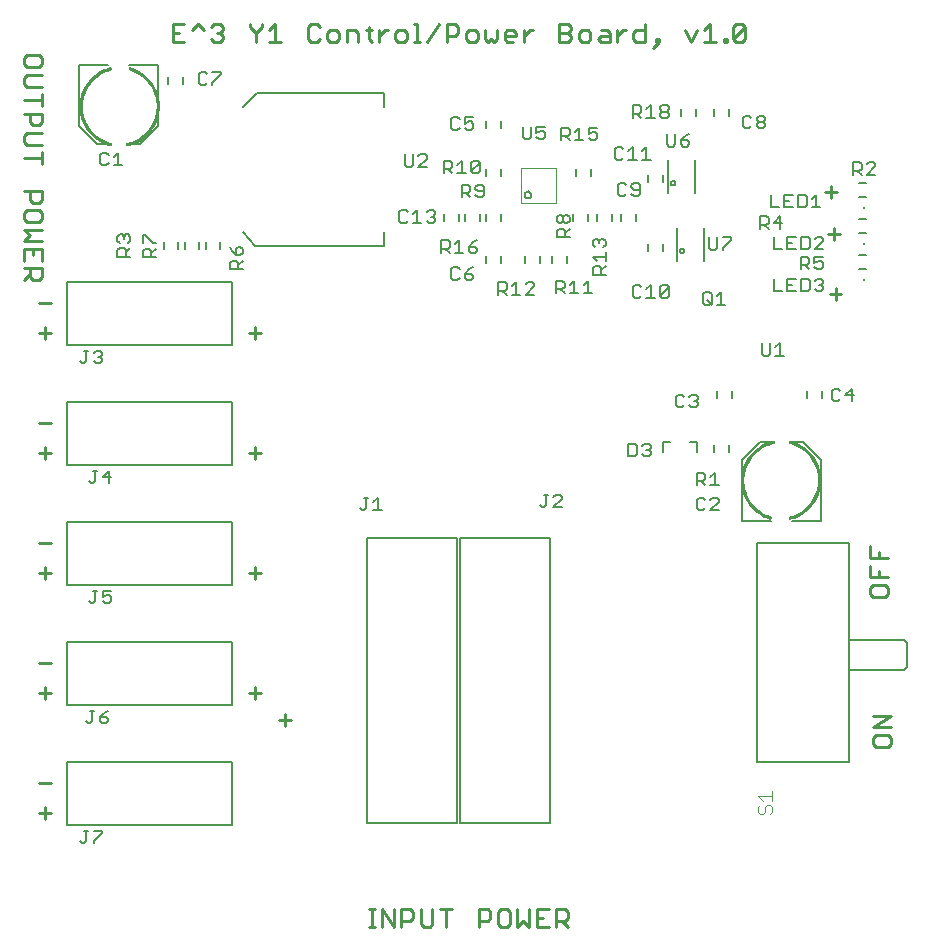
<source format=gto>
G75*
G70*
%OFA0B0*%
%FSLAX24Y24*%
%IPPOS*%
%LPD*%
%AMOC8*
5,1,8,0,0,1.08239X$1,22.5*
%
%ADD10C,0.0110*%
%ADD11C,0.0070*%
%ADD12C,0.0060*%
%ADD13C,0.0080*%
%ADD14C,0.0040*%
%ADD15C,0.0010*%
%ADD16R,0.0079X0.0079*%
%ADD17C,0.0050*%
D10*
X001852Y005253D02*
X001852Y005647D01*
X001655Y005450D02*
X002049Y005450D01*
X002049Y006450D02*
X001655Y006450D01*
X001852Y009253D02*
X001852Y009647D01*
X001655Y009450D02*
X002049Y009450D01*
X002049Y010450D02*
X001655Y010450D01*
X001852Y013253D02*
X001852Y013647D01*
X001655Y013450D02*
X002049Y013450D01*
X002049Y014450D02*
X001655Y014450D01*
X001852Y017253D02*
X001852Y017647D01*
X001655Y017450D02*
X002049Y017450D01*
X002049Y018450D02*
X001655Y018450D01*
X001852Y021253D02*
X001852Y021647D01*
X001655Y021450D02*
X002049Y021450D01*
X002049Y022450D02*
X001655Y022450D01*
X001637Y023211D02*
X001440Y023211D01*
X001342Y023310D01*
X001342Y023605D01*
X001342Y023408D02*
X001145Y023211D01*
X001145Y023605D02*
X001736Y023605D01*
X001736Y023310D01*
X001637Y023211D01*
X001736Y023856D02*
X001736Y024250D01*
X001145Y024250D01*
X001145Y023856D01*
X001440Y024053D02*
X001440Y024250D01*
X001145Y024500D02*
X001736Y024500D01*
X001736Y024894D02*
X001145Y024894D01*
X001342Y024697D01*
X001145Y024500D01*
X001243Y025145D02*
X001145Y025243D01*
X001145Y025440D01*
X001243Y025539D01*
X001637Y025539D01*
X001736Y025440D01*
X001736Y025243D01*
X001637Y025145D01*
X001243Y025145D01*
X001440Y025789D02*
X001342Y025888D01*
X001342Y026183D01*
X001145Y026183D02*
X001736Y026183D01*
X001736Y025888D01*
X001637Y025789D01*
X001440Y025789D01*
X001736Y027079D02*
X001736Y027472D01*
X001736Y027275D02*
X001145Y027275D01*
X001243Y027723D02*
X001145Y027822D01*
X001145Y028018D01*
X001243Y028117D01*
X001736Y028117D01*
X001637Y028368D02*
X001440Y028368D01*
X001342Y028466D01*
X001342Y028761D01*
X001145Y028761D02*
X001736Y028761D01*
X001736Y028466D01*
X001637Y028368D01*
X001736Y027723D02*
X001243Y027723D01*
X001736Y029012D02*
X001736Y029406D01*
X001736Y029209D02*
X001145Y029209D01*
X001243Y029657D02*
X001736Y029657D01*
X001736Y030050D02*
X001243Y030050D01*
X001145Y029952D01*
X001145Y029755D01*
X001243Y029657D01*
X001243Y030301D02*
X001145Y030400D01*
X001145Y030597D01*
X001243Y030695D01*
X001637Y030695D01*
X001736Y030597D01*
X001736Y030400D01*
X001637Y030301D01*
X001243Y030301D01*
X006105Y031155D02*
X006499Y031155D01*
X006302Y031450D02*
X006105Y031450D01*
X006105Y031155D02*
X006105Y031746D01*
X006499Y031746D01*
X006750Y031549D02*
X006946Y031746D01*
X007143Y031549D01*
X007394Y031647D02*
X007493Y031746D01*
X007689Y031746D01*
X007788Y031647D01*
X007788Y031549D01*
X007689Y031450D01*
X007788Y031352D01*
X007788Y031253D01*
X007689Y031155D01*
X007493Y031155D01*
X007394Y031253D01*
X007591Y031450D02*
X007689Y031450D01*
X008683Y031647D02*
X008880Y031450D01*
X008880Y031155D01*
X008880Y031450D02*
X009077Y031647D01*
X009077Y031746D01*
X009328Y031549D02*
X009525Y031746D01*
X009525Y031155D01*
X009721Y031155D02*
X009328Y031155D01*
X008683Y031647D02*
X008683Y031746D01*
X010617Y031647D02*
X010617Y031253D01*
X010715Y031155D01*
X010912Y031155D01*
X011011Y031253D01*
X011261Y031253D02*
X011360Y031155D01*
X011557Y031155D01*
X011655Y031253D01*
X011655Y031450D01*
X011557Y031549D01*
X011360Y031549D01*
X011261Y031450D01*
X011261Y031253D01*
X011011Y031647D02*
X010912Y031746D01*
X010715Y031746D01*
X010617Y031647D01*
X011906Y031549D02*
X011906Y031155D01*
X012300Y031155D02*
X012300Y031450D01*
X012201Y031549D01*
X011906Y031549D01*
X012550Y031549D02*
X012747Y031549D01*
X012649Y031647D02*
X012649Y031253D01*
X012747Y031155D01*
X012980Y031155D02*
X012980Y031549D01*
X012980Y031352D02*
X013177Y031549D01*
X013275Y031549D01*
X013517Y031450D02*
X013517Y031253D01*
X013616Y031155D01*
X013813Y031155D01*
X013911Y031253D01*
X013911Y031450D01*
X013813Y031549D01*
X013616Y031549D01*
X013517Y031450D01*
X014162Y031155D02*
X014359Y031155D01*
X014260Y031155D02*
X014260Y031746D01*
X014162Y031746D01*
X014592Y031155D02*
X014985Y031746D01*
X015236Y031746D02*
X015236Y031155D01*
X015236Y031352D02*
X015531Y031352D01*
X015630Y031450D01*
X015630Y031647D01*
X015531Y031746D01*
X015236Y031746D01*
X015881Y031450D02*
X015881Y031253D01*
X015979Y031155D01*
X016176Y031155D01*
X016274Y031253D01*
X016274Y031450D01*
X016176Y031549D01*
X015979Y031549D01*
X015881Y031450D01*
X016525Y031549D02*
X016525Y031253D01*
X016624Y031155D01*
X016722Y031253D01*
X016820Y031155D01*
X016919Y031253D01*
X016919Y031549D01*
X017170Y031450D02*
X017268Y031549D01*
X017465Y031549D01*
X017563Y031450D01*
X017563Y031352D01*
X017170Y031352D01*
X017170Y031450D02*
X017170Y031253D01*
X017268Y031155D01*
X017465Y031155D01*
X017814Y031155D02*
X017814Y031549D01*
X018011Y031549D02*
X018110Y031549D01*
X018011Y031549D02*
X017814Y031352D01*
X018996Y031450D02*
X019291Y031450D01*
X019390Y031352D01*
X019390Y031253D01*
X019291Y031155D01*
X018996Y031155D01*
X018996Y031746D01*
X019291Y031746D01*
X019390Y031647D01*
X019390Y031549D01*
X019291Y031450D01*
X019641Y031450D02*
X019739Y031549D01*
X019936Y031549D01*
X020034Y031450D01*
X020034Y031253D01*
X019936Y031155D01*
X019739Y031155D01*
X019641Y031253D01*
X019641Y031450D01*
X020285Y031253D02*
X020384Y031352D01*
X020679Y031352D01*
X020679Y031450D02*
X020679Y031155D01*
X020384Y031155D01*
X020285Y031253D01*
X020384Y031549D02*
X020580Y031549D01*
X020679Y031450D01*
X020930Y031352D02*
X021126Y031549D01*
X021225Y031549D01*
X021467Y031450D02*
X021565Y031549D01*
X021860Y031549D01*
X021860Y031746D02*
X021860Y031155D01*
X021565Y031155D01*
X021467Y031253D01*
X021467Y031450D01*
X020930Y031549D02*
X020930Y031155D01*
X022111Y030958D02*
X022308Y031155D01*
X022210Y031155D01*
X022210Y031253D01*
X022308Y031253D01*
X022308Y031155D01*
X023186Y031549D02*
X023382Y031155D01*
X023579Y031549D01*
X023830Y031549D02*
X024027Y031746D01*
X024027Y031155D01*
X023830Y031155D02*
X024224Y031155D01*
X024475Y031155D02*
X024573Y031155D01*
X024573Y031253D01*
X024475Y031253D01*
X024475Y031155D01*
X024797Y031253D02*
X024797Y031647D01*
X024895Y031746D01*
X025092Y031746D01*
X025191Y031647D01*
X024797Y031253D01*
X024895Y031155D01*
X025092Y031155D01*
X025191Y031253D01*
X025191Y031647D01*
X028052Y026347D02*
X028052Y025953D01*
X027855Y026150D02*
X028249Y026150D01*
X028152Y024947D02*
X028152Y024553D01*
X027955Y024750D02*
X028349Y024750D01*
X028202Y022947D02*
X028202Y022553D01*
X028005Y022750D02*
X028399Y022750D01*
X029354Y014338D02*
X029354Y013944D01*
X029945Y013944D01*
X029650Y013944D02*
X029650Y014141D01*
X029354Y013693D02*
X029354Y013300D01*
X029945Y013300D01*
X029847Y013049D02*
X029453Y013049D01*
X029354Y012950D01*
X029354Y012753D01*
X029453Y012655D01*
X029847Y012655D01*
X029945Y012753D01*
X029945Y012950D01*
X029847Y013049D01*
X029650Y013300D02*
X029650Y013496D01*
X029454Y008693D02*
X030045Y008693D01*
X029454Y008300D01*
X030045Y008300D01*
X029947Y008049D02*
X029553Y008049D01*
X029454Y007950D01*
X029454Y007753D01*
X029553Y007655D01*
X029947Y007655D01*
X030045Y007753D01*
X030045Y007950D01*
X029947Y008049D01*
X019279Y002147D02*
X019279Y001950D01*
X019181Y001852D01*
X018886Y001852D01*
X019082Y001852D02*
X019279Y001655D01*
X018886Y001655D02*
X018886Y002246D01*
X019181Y002246D01*
X019279Y002147D01*
X018635Y002246D02*
X018241Y002246D01*
X018241Y001655D01*
X018635Y001655D01*
X018438Y001950D02*
X018241Y001950D01*
X017990Y001655D02*
X017990Y002246D01*
X017597Y002246D02*
X017597Y001655D01*
X017793Y001852D01*
X017990Y001655D01*
X017346Y001753D02*
X017346Y002147D01*
X017247Y002246D01*
X017050Y002246D01*
X016952Y002147D01*
X016952Y001753D01*
X017050Y001655D01*
X017247Y001655D01*
X017346Y001753D01*
X016701Y001950D02*
X016603Y001852D01*
X016307Y001852D01*
X016307Y001655D02*
X016307Y002246D01*
X016603Y002246D01*
X016701Y002147D01*
X016701Y001950D01*
X015412Y002246D02*
X015018Y002246D01*
X015215Y002246D02*
X015215Y001655D01*
X014767Y001753D02*
X014767Y002246D01*
X014374Y002246D02*
X014374Y001753D01*
X014472Y001655D01*
X014669Y001655D01*
X014767Y001753D01*
X014123Y001950D02*
X014025Y001852D01*
X013729Y001852D01*
X013729Y001655D02*
X013729Y002246D01*
X014025Y002246D01*
X014123Y002147D01*
X014123Y001950D01*
X013478Y001655D02*
X013478Y002246D01*
X013085Y002246D02*
X013478Y001655D01*
X013085Y001655D02*
X013085Y002246D01*
X012852Y002246D02*
X012655Y002246D01*
X012753Y002246D02*
X012753Y001655D01*
X012655Y001655D02*
X012852Y001655D01*
X009852Y008353D02*
X009852Y008747D01*
X009655Y008550D02*
X010049Y008550D01*
X009049Y009450D02*
X008655Y009450D01*
X008852Y009647D02*
X008852Y009253D01*
X008852Y013253D02*
X008852Y013647D01*
X008655Y013450D02*
X009049Y013450D01*
X008852Y017253D02*
X008852Y017647D01*
X008655Y017450D02*
X009049Y017450D01*
X008852Y021253D02*
X008852Y021647D01*
X008655Y021450D02*
X009049Y021450D01*
D11*
X017838Y026050D02*
X017840Y026071D01*
X017846Y026090D01*
X017855Y026109D01*
X017867Y026125D01*
X017883Y026139D01*
X017900Y026150D01*
X017919Y026158D01*
X017940Y026162D01*
X017960Y026162D01*
X017981Y026158D01*
X018000Y026150D01*
X018017Y026139D01*
X018033Y026125D01*
X018045Y026109D01*
X018054Y026090D01*
X018060Y026071D01*
X018062Y026050D01*
X018060Y026029D01*
X018054Y026010D01*
X018045Y025991D01*
X018033Y025975D01*
X018017Y025961D01*
X018000Y025950D01*
X017981Y025942D01*
X017960Y025938D01*
X017940Y025938D01*
X017919Y025942D01*
X017900Y025950D01*
X017883Y025961D01*
X017867Y025975D01*
X017855Y025991D01*
X017846Y026010D01*
X017840Y026029D01*
X017838Y026050D01*
D12*
X017036Y025418D02*
X017036Y025182D01*
X016564Y025182D02*
X016564Y025418D01*
X016336Y025418D02*
X016336Y025182D01*
X015864Y025182D02*
X015864Y025418D01*
X015636Y025418D02*
X015636Y025182D01*
X015164Y025182D02*
X015164Y025418D01*
X016564Y026682D02*
X016564Y026918D01*
X017036Y026918D02*
X017036Y026682D01*
X017036Y028282D02*
X017036Y028518D01*
X016564Y028518D02*
X016564Y028282D01*
X019564Y026918D02*
X019564Y026682D01*
X020036Y026682D02*
X020036Y026918D01*
X019936Y025418D02*
X019936Y025182D01*
X020264Y025182D02*
X020264Y025418D01*
X020736Y025418D02*
X020736Y025182D01*
X021064Y025182D02*
X021064Y025418D01*
X021536Y025418D02*
X021536Y025182D01*
X021964Y024418D02*
X021964Y024182D01*
X022436Y024182D02*
X022436Y024418D01*
X022436Y026482D02*
X022436Y026718D01*
X021964Y026718D02*
X021964Y026482D01*
X023064Y028682D02*
X023064Y028918D01*
X023536Y028918D02*
X023536Y028682D01*
X024164Y028682D02*
X024164Y028918D01*
X024636Y028918D02*
X024636Y028682D01*
X028982Y026436D02*
X029218Y026436D01*
X029218Y025964D02*
X028982Y025964D01*
X028982Y025236D02*
X029218Y025236D01*
X029218Y024764D02*
X028982Y024764D01*
X028982Y024036D02*
X029218Y024036D01*
X029218Y023564D02*
X028982Y023564D01*
X027736Y019518D02*
X027736Y019282D01*
X027264Y019282D02*
X027264Y019518D01*
X024736Y019518D02*
X024736Y019282D01*
X024264Y019282D02*
X024264Y019518D01*
X023570Y017800D02*
X023350Y017800D01*
X023570Y017800D02*
X023570Y017480D01*
X024164Y017482D02*
X024164Y017718D01*
X024636Y017718D02*
X024636Y017482D01*
X022670Y017800D02*
X022450Y017800D01*
X022450Y017480D01*
X019236Y023782D02*
X019236Y024018D01*
X018764Y024018D02*
X018764Y023782D01*
X018336Y023782D02*
X018336Y024018D01*
X017864Y024018D02*
X017864Y023782D01*
X017036Y023782D02*
X017036Y024018D01*
X016564Y024018D02*
X016564Y023782D01*
X019464Y025182D02*
X019464Y025418D01*
X007686Y024468D02*
X007686Y024232D01*
X007214Y024232D02*
X007214Y024468D01*
X006986Y024468D02*
X006986Y024232D01*
X006514Y024232D02*
X006514Y024468D01*
X006286Y024468D02*
X006286Y024232D01*
X005814Y024232D02*
X005814Y024468D01*
X005964Y029732D02*
X005964Y029968D01*
X006436Y029968D02*
X006436Y029732D01*
D13*
X003159Y004440D02*
X003089Y004440D01*
X003019Y004510D01*
X003159Y004440D02*
X003229Y004510D01*
X003229Y004860D01*
X003159Y004860D02*
X003299Y004860D01*
X003480Y004860D02*
X003760Y004860D01*
X003760Y004790D01*
X003480Y004510D01*
X003480Y004440D01*
X003359Y008440D02*
X003429Y008510D01*
X003429Y008860D01*
X003359Y008860D02*
X003499Y008860D01*
X003680Y008650D02*
X003890Y008650D01*
X003960Y008580D01*
X003960Y008510D01*
X003890Y008440D01*
X003750Y008440D01*
X003680Y008510D01*
X003680Y008650D01*
X003820Y008790D01*
X003960Y008860D01*
X003359Y008440D02*
X003289Y008440D01*
X003219Y008510D01*
X003389Y012440D02*
X003459Y012440D01*
X003529Y012510D01*
X003529Y012860D01*
X003459Y012860D02*
X003599Y012860D01*
X003780Y012860D02*
X003780Y012650D01*
X003920Y012720D01*
X003990Y012720D01*
X004060Y012650D01*
X004060Y012510D01*
X003990Y012440D01*
X003850Y012440D01*
X003780Y012510D01*
X003780Y012860D02*
X004060Y012860D01*
X003389Y012440D02*
X003319Y012510D01*
X003389Y016440D02*
X003459Y016440D01*
X003529Y016510D01*
X003529Y016860D01*
X003459Y016860D02*
X003599Y016860D01*
X003780Y016650D02*
X004060Y016650D01*
X003990Y016440D02*
X003990Y016860D01*
X003780Y016650D01*
X003389Y016440D02*
X003319Y016510D01*
X003159Y020440D02*
X003089Y020440D01*
X003019Y020510D01*
X003159Y020440D02*
X003229Y020510D01*
X003229Y020860D01*
X003159Y020860D02*
X003299Y020860D01*
X003480Y020790D02*
X003550Y020860D01*
X003690Y020860D01*
X003760Y020790D01*
X003760Y020720D01*
X003690Y020650D01*
X003760Y020580D01*
X003760Y020510D01*
X003690Y020440D01*
X003550Y020440D01*
X003480Y020510D01*
X003620Y020650D02*
X003690Y020650D01*
X004265Y023990D02*
X004265Y024200D01*
X004335Y024270D01*
X004475Y024270D01*
X004545Y024200D01*
X004545Y023990D01*
X004685Y023990D02*
X004265Y023990D01*
X004545Y024130D02*
X004685Y024270D01*
X004615Y024450D02*
X004685Y024520D01*
X004685Y024661D01*
X004615Y024731D01*
X004545Y024731D01*
X004475Y024661D01*
X004475Y024591D01*
X004475Y024661D02*
X004405Y024731D01*
X004335Y024731D01*
X004265Y024661D01*
X004265Y024520D01*
X004335Y024450D01*
X005115Y024430D02*
X005115Y024710D01*
X005185Y024710D01*
X005465Y024430D01*
X005535Y024430D01*
X005535Y024249D02*
X005395Y024109D01*
X005395Y024179D02*
X005395Y023969D01*
X005535Y023969D02*
X005115Y023969D01*
X005115Y024179D01*
X005185Y024249D01*
X005325Y024249D01*
X005395Y024179D01*
X008015Y024310D02*
X008085Y024170D01*
X008225Y024030D01*
X008225Y024240D01*
X008295Y024310D01*
X008365Y024310D01*
X008435Y024240D01*
X008435Y024100D01*
X008365Y024030D01*
X008225Y024030D01*
X008225Y023849D02*
X008295Y023779D01*
X008295Y023569D01*
X008435Y023569D02*
X008015Y023569D01*
X008015Y023779D01*
X008085Y023849D01*
X008225Y023849D01*
X008295Y023709D02*
X008435Y023849D01*
X005009Y027736D02*
X004654Y027736D01*
X004291Y027460D02*
X004291Y027040D01*
X004431Y027040D02*
X004150Y027040D01*
X003970Y027110D02*
X003900Y027040D01*
X003760Y027040D01*
X003690Y027110D01*
X003690Y027390D01*
X003760Y027460D01*
X003900Y027460D01*
X003970Y027390D01*
X004150Y027320D02*
X004291Y027460D01*
X003946Y027736D02*
X003591Y027736D01*
X002986Y028341D01*
X002986Y030364D01*
X003946Y030364D01*
X004654Y030364D02*
X005614Y030364D01*
X005614Y028341D01*
X005009Y027736D01*
X006969Y029785D02*
X007039Y029715D01*
X007179Y029715D01*
X007249Y029785D01*
X007430Y029785D02*
X007430Y029715D01*
X007430Y029785D02*
X007710Y030065D01*
X007710Y030135D01*
X007430Y030135D01*
X007249Y030065D02*
X007179Y030135D01*
X007039Y030135D01*
X006969Y030065D01*
X006969Y029785D01*
X013659Y025465D02*
X013659Y025185D01*
X013729Y025115D01*
X013869Y025115D01*
X013939Y025185D01*
X014119Y025115D02*
X014399Y025115D01*
X014259Y025115D02*
X014259Y025535D01*
X014119Y025395D01*
X013939Y025465D02*
X013869Y025535D01*
X013729Y025535D01*
X013659Y025465D01*
X014580Y025465D02*
X014650Y025535D01*
X014790Y025535D01*
X014860Y025465D01*
X014860Y025395D01*
X014790Y025325D01*
X014860Y025255D01*
X014860Y025185D01*
X014790Y025115D01*
X014650Y025115D01*
X014580Y025185D01*
X014720Y025325D02*
X014790Y025325D01*
X015059Y024535D02*
X015269Y024535D01*
X015339Y024465D01*
X015339Y024325D01*
X015269Y024255D01*
X015059Y024255D01*
X015199Y024255D02*
X015339Y024115D01*
X015519Y024115D02*
X015799Y024115D01*
X015659Y024115D02*
X015659Y024535D01*
X015519Y024395D01*
X015059Y024535D02*
X015059Y024115D01*
X015460Y023635D02*
X015390Y023565D01*
X015390Y023285D01*
X015460Y023215D01*
X015600Y023215D01*
X015670Y023285D01*
X015850Y023285D02*
X015920Y023215D01*
X016061Y023215D01*
X016131Y023285D01*
X016131Y023355D01*
X016061Y023425D01*
X015850Y023425D01*
X015850Y023285D01*
X015850Y023425D02*
X015991Y023565D01*
X016131Y023635D01*
X015670Y023565D02*
X015600Y023635D01*
X015460Y023635D01*
X015980Y024185D02*
X015980Y024325D01*
X016190Y024325D01*
X016260Y024255D01*
X016260Y024185D01*
X016190Y024115D01*
X016050Y024115D01*
X015980Y024185D01*
X015980Y024325D02*
X016120Y024465D01*
X016260Y024535D01*
X016270Y025965D02*
X016411Y025965D01*
X016481Y026035D01*
X016481Y026315D01*
X016411Y026385D01*
X016270Y026385D01*
X016200Y026315D01*
X016200Y026245D01*
X016270Y026175D01*
X016481Y026175D01*
X016270Y025965D02*
X016200Y026035D01*
X016020Y025965D02*
X015880Y026105D01*
X015950Y026105D02*
X015740Y026105D01*
X015740Y025965D02*
X015740Y026385D01*
X015950Y026385D01*
X016020Y026315D01*
X016020Y026175D01*
X015950Y026105D01*
X015881Y026765D02*
X015600Y026765D01*
X015741Y026765D02*
X015741Y027185D01*
X015600Y027045D01*
X015420Y026975D02*
X015350Y026905D01*
X015140Y026905D01*
X015140Y026765D02*
X015140Y027185D01*
X015350Y027185D01*
X015420Y027115D01*
X015420Y026975D01*
X015280Y026905D02*
X015420Y026765D01*
X016061Y026835D02*
X016341Y027115D01*
X016341Y026835D01*
X016271Y026765D01*
X016131Y026765D01*
X016061Y026835D01*
X016061Y027115D01*
X016131Y027185D01*
X016271Y027185D01*
X016341Y027115D01*
X016061Y028215D02*
X015920Y028215D01*
X015850Y028285D01*
X015850Y028425D02*
X015991Y028495D01*
X016061Y028495D01*
X016131Y028425D01*
X016131Y028285D01*
X016061Y028215D01*
X015850Y028425D02*
X015850Y028635D01*
X016131Y028635D01*
X015670Y028565D02*
X015600Y028635D01*
X015460Y028635D01*
X015390Y028565D01*
X015390Y028285D01*
X015460Y028215D01*
X015600Y028215D01*
X015670Y028285D01*
X014577Y027331D02*
X014507Y027401D01*
X014367Y027401D01*
X014297Y027331D01*
X014117Y027401D02*
X014117Y027051D01*
X014047Y026981D01*
X013907Y026981D01*
X013837Y027051D01*
X013837Y027401D01*
X014297Y026981D02*
X014577Y027261D01*
X014577Y027331D01*
X014577Y026981D02*
X014297Y026981D01*
X017773Y027970D02*
X017843Y027900D01*
X017983Y027900D01*
X018053Y027970D01*
X018053Y028321D01*
X018233Y028321D02*
X018233Y028110D01*
X018373Y028180D01*
X018443Y028180D01*
X018513Y028110D01*
X018513Y027970D01*
X018443Y027900D01*
X018303Y027900D01*
X018233Y027970D01*
X018233Y028321D02*
X018513Y028321D01*
X019059Y028285D02*
X019059Y027865D01*
X019059Y028005D02*
X019269Y028005D01*
X019339Y028075D01*
X019339Y028215D01*
X019269Y028285D01*
X019059Y028285D01*
X019199Y028005D02*
X019339Y027865D01*
X019519Y027865D02*
X019799Y027865D01*
X019659Y027865D02*
X019659Y028285D01*
X019519Y028145D01*
X019980Y028075D02*
X020120Y028145D01*
X020190Y028145D01*
X020260Y028075D01*
X020260Y027935D01*
X020190Y027865D01*
X020050Y027865D01*
X019980Y027935D01*
X019980Y028075D02*
X019980Y028285D01*
X020260Y028285D01*
X020910Y027635D02*
X020840Y027565D01*
X020840Y027285D01*
X020910Y027215D01*
X021050Y027215D01*
X021120Y027285D01*
X021300Y027215D02*
X021581Y027215D01*
X021441Y027215D02*
X021441Y027635D01*
X021300Y027495D01*
X021120Y027565D02*
X021050Y027635D01*
X020910Y027635D01*
X021761Y027495D02*
X021901Y027635D01*
X021901Y027215D01*
X021761Y027215D02*
X022041Y027215D01*
X022577Y027731D02*
X022647Y027661D01*
X022787Y027661D01*
X022857Y027731D01*
X022857Y028081D01*
X023037Y027871D02*
X023247Y027871D01*
X023317Y027801D01*
X023317Y027731D01*
X023247Y027661D01*
X023107Y027661D01*
X023037Y027731D01*
X023037Y027871D01*
X023177Y028011D01*
X023317Y028081D01*
X022577Y028081D02*
X022577Y027731D01*
X022571Y028615D02*
X022431Y028615D01*
X022361Y028685D01*
X022361Y028755D01*
X022431Y028825D01*
X022571Y028825D01*
X022641Y028755D01*
X022641Y028685D01*
X022571Y028615D01*
X022571Y028825D02*
X022641Y028895D01*
X022641Y028965D01*
X022571Y029035D01*
X022431Y029035D01*
X022361Y028965D01*
X022361Y028895D01*
X022431Y028825D01*
X022181Y028615D02*
X021900Y028615D01*
X022041Y028615D02*
X022041Y029035D01*
X021900Y028895D01*
X021720Y028825D02*
X021650Y028755D01*
X021440Y028755D01*
X021440Y028615D02*
X021440Y029035D01*
X021650Y029035D01*
X021720Y028965D01*
X021720Y028825D01*
X021580Y028755D02*
X021720Y028615D01*
X021611Y026435D02*
X021470Y026435D01*
X021400Y026365D01*
X021400Y026295D01*
X021470Y026225D01*
X021681Y026225D01*
X021681Y026085D02*
X021681Y026365D01*
X021611Y026435D01*
X021681Y026085D02*
X021611Y026015D01*
X021470Y026015D01*
X021400Y026085D01*
X021220Y026085D02*
X021150Y026015D01*
X021010Y026015D01*
X020940Y026085D01*
X020940Y026365D01*
X021010Y026435D01*
X021150Y026435D01*
X021220Y026365D01*
X020465Y024591D02*
X020535Y024521D01*
X020535Y024381D01*
X020465Y024311D01*
X020535Y024131D02*
X020535Y023850D01*
X020535Y023991D02*
X020115Y023991D01*
X020255Y023850D01*
X020325Y023670D02*
X020395Y023600D01*
X020395Y023390D01*
X020535Y023390D02*
X020115Y023390D01*
X020115Y023600D01*
X020185Y023670D01*
X020325Y023670D01*
X020395Y023530D02*
X020535Y023670D01*
X020185Y024311D02*
X020115Y024381D01*
X020115Y024521D01*
X020185Y024591D01*
X020255Y024591D01*
X020325Y024521D01*
X020395Y024591D01*
X020465Y024591D01*
X020325Y024521D02*
X020325Y024451D01*
X019335Y024640D02*
X018915Y024640D01*
X018915Y024850D01*
X018985Y024920D01*
X019125Y024920D01*
X019195Y024850D01*
X019195Y024640D01*
X019195Y024780D02*
X019335Y024920D01*
X019265Y025100D02*
X019195Y025100D01*
X019125Y025170D01*
X019125Y025311D01*
X019195Y025381D01*
X019265Y025381D01*
X019335Y025311D01*
X019335Y025170D01*
X019265Y025100D01*
X019125Y025170D02*
X019055Y025100D01*
X018985Y025100D01*
X018915Y025170D01*
X018915Y025311D01*
X018985Y025381D01*
X019055Y025381D01*
X019125Y025311D01*
X019100Y023185D02*
X018890Y023185D01*
X018890Y022765D01*
X018890Y022905D02*
X019100Y022905D01*
X019170Y022975D01*
X019170Y023115D01*
X019100Y023185D01*
X019350Y023045D02*
X019491Y023185D01*
X019491Y022765D01*
X019631Y022765D02*
X019350Y022765D01*
X019170Y022765D02*
X019030Y022905D01*
X019811Y022765D02*
X020091Y022765D01*
X019951Y022765D02*
X019951Y023185D01*
X019811Y023045D01*
X018160Y023065D02*
X018090Y023135D01*
X017950Y023135D01*
X017880Y023065D01*
X018160Y023065D02*
X018160Y022995D01*
X017880Y022715D01*
X018160Y022715D01*
X017699Y022715D02*
X017419Y022715D01*
X017559Y022715D02*
X017559Y023135D01*
X017419Y022995D01*
X017239Y022925D02*
X017169Y022855D01*
X016959Y022855D01*
X017099Y022855D02*
X017239Y022715D01*
X017239Y022925D02*
X017239Y023065D01*
X017169Y023135D01*
X016959Y023135D01*
X016959Y022715D01*
X021440Y022685D02*
X021510Y022615D01*
X021650Y022615D01*
X021720Y022685D01*
X021900Y022615D02*
X022181Y022615D01*
X022041Y022615D02*
X022041Y023035D01*
X021900Y022895D01*
X021720Y022965D02*
X021650Y023035D01*
X021510Y023035D01*
X021440Y022965D01*
X021440Y022685D01*
X022361Y022685D02*
X022641Y022965D01*
X022641Y022685D01*
X022571Y022615D01*
X022431Y022615D01*
X022361Y022685D01*
X022361Y022965D01*
X022431Y023035D01*
X022571Y023035D01*
X022641Y022965D01*
X023790Y022740D02*
X023790Y022460D01*
X023860Y022390D01*
X024000Y022390D01*
X024070Y022460D01*
X024070Y022740D01*
X024000Y022810D01*
X023860Y022810D01*
X023790Y022740D01*
X023930Y022530D02*
X024070Y022390D01*
X024250Y022390D02*
X024531Y022390D01*
X024391Y022390D02*
X024391Y022810D01*
X024250Y022670D01*
X024187Y024211D02*
X024257Y024281D01*
X024257Y024631D01*
X024437Y024631D02*
X024717Y024631D01*
X024717Y024561D01*
X024437Y024281D01*
X024437Y024211D01*
X024187Y024211D02*
X024047Y024211D01*
X023977Y024281D01*
X023977Y024631D01*
X025690Y024915D02*
X025690Y025335D01*
X025900Y025335D01*
X025970Y025265D01*
X025970Y025125D01*
X025900Y025055D01*
X025690Y025055D01*
X025830Y025055D02*
X025970Y024915D01*
X026150Y025125D02*
X026431Y025125D01*
X026361Y024915D02*
X026361Y025335D01*
X026150Y025125D01*
X026140Y024660D02*
X026140Y024240D01*
X026420Y024240D01*
X026600Y024240D02*
X026881Y024240D01*
X027061Y024240D02*
X027271Y024240D01*
X027341Y024310D01*
X027341Y024590D01*
X027271Y024660D01*
X027061Y024660D01*
X027061Y024240D01*
X027040Y023985D02*
X027250Y023985D01*
X027320Y023915D01*
X027320Y023775D01*
X027250Y023705D01*
X027040Y023705D01*
X027040Y023565D02*
X027040Y023985D01*
X027180Y023705D02*
X027320Y023565D01*
X027500Y023635D02*
X027570Y023565D01*
X027711Y023565D01*
X027781Y023635D01*
X027781Y023775D01*
X027711Y023845D01*
X027641Y023845D01*
X027500Y023775D01*
X027500Y023985D01*
X027781Y023985D01*
X027801Y024240D02*
X027521Y024240D01*
X027801Y024520D01*
X027801Y024590D01*
X027731Y024660D01*
X027591Y024660D01*
X027521Y024590D01*
X026881Y024660D02*
X026600Y024660D01*
X026600Y024240D01*
X026600Y024450D02*
X026741Y024450D01*
X026781Y025640D02*
X026500Y025640D01*
X026500Y026060D01*
X026781Y026060D01*
X026961Y026060D02*
X027171Y026060D01*
X027241Y025990D01*
X027241Y025710D01*
X027171Y025640D01*
X026961Y025640D01*
X026961Y026060D01*
X026641Y025850D02*
X026500Y025850D01*
X026320Y025640D02*
X026040Y025640D01*
X026040Y026060D01*
X027421Y025920D02*
X027561Y026060D01*
X027561Y025640D01*
X027421Y025640D02*
X027701Y025640D01*
X028790Y026715D02*
X028790Y027135D01*
X029000Y027135D01*
X029070Y027065D01*
X029070Y026925D01*
X029000Y026855D01*
X028790Y026855D01*
X028930Y026855D02*
X029070Y026715D01*
X029250Y026715D02*
X029531Y026995D01*
X029531Y027065D01*
X029461Y027135D01*
X029320Y027135D01*
X029250Y027065D01*
X029250Y026715D02*
X029531Y026715D01*
X027731Y023260D02*
X027591Y023260D01*
X027521Y023190D01*
X027341Y023190D02*
X027341Y022910D01*
X027271Y022840D01*
X027061Y022840D01*
X027061Y023260D01*
X027271Y023260D01*
X027341Y023190D01*
X027521Y022910D02*
X027591Y022840D01*
X027731Y022840D01*
X027801Y022910D01*
X027801Y022980D01*
X027731Y023050D01*
X027661Y023050D01*
X027731Y023050D02*
X027801Y023120D01*
X027801Y023190D01*
X027731Y023260D01*
X026881Y023260D02*
X026600Y023260D01*
X026600Y022840D01*
X026881Y022840D01*
X026741Y023050D02*
X026600Y023050D01*
X026420Y022840D02*
X026140Y022840D01*
X026140Y023260D01*
X026020Y021110D02*
X026020Y020760D01*
X025950Y020690D01*
X025810Y020690D01*
X025740Y020760D01*
X025740Y021110D01*
X026200Y020970D02*
X026341Y021110D01*
X026341Y020690D01*
X026481Y020690D02*
X026200Y020690D01*
X028069Y019515D02*
X028069Y019235D01*
X028139Y019165D01*
X028279Y019165D01*
X028349Y019235D01*
X028530Y019375D02*
X028810Y019375D01*
X028740Y019165D02*
X028740Y019585D01*
X028530Y019375D01*
X028349Y019515D02*
X028279Y019585D01*
X028139Y019585D01*
X028069Y019515D01*
X027109Y017814D02*
X026754Y017814D01*
X027109Y017814D02*
X027714Y017209D01*
X027714Y015186D01*
X026754Y015186D01*
X026046Y015186D02*
X025086Y015186D01*
X025086Y017209D01*
X025691Y017814D01*
X026046Y017814D01*
X024310Y016365D02*
X024030Y016365D01*
X024170Y016365D02*
X024170Y016785D01*
X024030Y016645D01*
X023849Y016575D02*
X023779Y016505D01*
X023569Y016505D01*
X023569Y016365D02*
X023569Y016785D01*
X023779Y016785D01*
X023849Y016715D01*
X023849Y016575D01*
X023709Y016505D02*
X023849Y016365D01*
X023779Y015960D02*
X023639Y015960D01*
X023569Y015890D01*
X023569Y015610D01*
X023639Y015540D01*
X023779Y015540D01*
X023849Y015610D01*
X024030Y015540D02*
X024310Y015820D01*
X024310Y015890D01*
X024240Y015960D01*
X024100Y015960D01*
X024030Y015890D01*
X023849Y015890D02*
X023779Y015960D01*
X024030Y015540D02*
X024310Y015540D01*
X022041Y017400D02*
X021971Y017330D01*
X021830Y017330D01*
X021760Y017400D01*
X021580Y017400D02*
X021580Y017680D01*
X021510Y017750D01*
X021300Y017750D01*
X021300Y017330D01*
X021510Y017330D01*
X021580Y017400D01*
X021760Y017680D02*
X021830Y017750D01*
X021971Y017750D01*
X022041Y017680D01*
X022041Y017610D01*
X021971Y017540D01*
X022041Y017470D01*
X022041Y017400D01*
X021971Y017540D02*
X021901Y017540D01*
X022939Y018965D02*
X023079Y018965D01*
X023149Y019035D01*
X023330Y019035D02*
X023400Y018965D01*
X023540Y018965D01*
X023610Y019035D01*
X023610Y019105D01*
X023540Y019175D01*
X023470Y019175D01*
X023540Y019175D02*
X023610Y019245D01*
X023610Y019315D01*
X023540Y019385D01*
X023400Y019385D01*
X023330Y019315D01*
X023149Y019315D02*
X023079Y019385D01*
X022939Y019385D01*
X022869Y019315D01*
X022869Y019035D01*
X022939Y018965D01*
X019081Y015990D02*
X019011Y016060D01*
X018870Y016060D01*
X018800Y015990D01*
X018620Y016060D02*
X018480Y016060D01*
X018550Y016060D02*
X018550Y015710D01*
X018480Y015640D01*
X018410Y015640D01*
X018340Y015710D01*
X018800Y015640D02*
X019081Y015920D01*
X019081Y015990D01*
X019081Y015640D02*
X018800Y015640D01*
X013081Y015540D02*
X012800Y015540D01*
X012941Y015540D02*
X012941Y015960D01*
X012800Y015820D01*
X012620Y015960D02*
X012480Y015960D01*
X012550Y015960D02*
X012550Y015610D01*
X012480Y015540D01*
X012410Y015540D01*
X012340Y015610D01*
X017773Y027970D02*
X017773Y028321D01*
X025119Y028335D02*
X025189Y028265D01*
X025329Y028265D01*
X025399Y028335D01*
X025580Y028335D02*
X025580Y028405D01*
X025650Y028475D01*
X025790Y028475D01*
X025860Y028405D01*
X025860Y028335D01*
X025790Y028265D01*
X025650Y028265D01*
X025580Y028335D01*
X025650Y028475D02*
X025580Y028545D01*
X025580Y028615D01*
X025650Y028685D01*
X025790Y028685D01*
X025860Y028615D01*
X025860Y028545D01*
X025790Y028475D01*
X025399Y028615D02*
X025329Y028685D01*
X025189Y028685D01*
X025119Y028615D01*
X025119Y028335D01*
D14*
X018881Y026951D02*
X018881Y025789D01*
X017719Y025789D01*
X017719Y026951D01*
X018881Y026951D01*
X026080Y006167D02*
X026080Y005860D01*
X026080Y006013D02*
X025620Y006013D01*
X025773Y005860D01*
X025696Y005706D02*
X025620Y005629D01*
X025620Y005476D01*
X025696Y005399D01*
X025773Y005399D01*
X025850Y005476D01*
X025850Y005629D01*
X025927Y005706D01*
X026003Y005706D01*
X026080Y005629D01*
X026080Y005476D01*
X026003Y005399D01*
D15*
X026135Y017848D02*
X026148Y017780D01*
X026079Y017765D01*
X026011Y017745D01*
X025944Y017722D01*
X025879Y017695D01*
X025816Y017665D01*
X025754Y017631D01*
X025694Y017594D01*
X025636Y017554D01*
X025581Y017510D01*
X025528Y017463D01*
X025478Y017414D01*
X025430Y017361D01*
X025386Y017307D01*
X025345Y017249D01*
X025307Y017190D01*
X025272Y017128D01*
X025241Y017065D01*
X025213Y017000D01*
X025189Y016934D01*
X025169Y016866D01*
X025153Y016798D01*
X025140Y016728D01*
X025132Y016658D01*
X025127Y016588D01*
X025126Y016517D01*
X025129Y016447D01*
X025136Y016377D01*
X025147Y016307D01*
X025162Y016238D01*
X025181Y016170D01*
X025203Y016103D01*
X025229Y016038D01*
X025259Y015974D01*
X025292Y015912D01*
X025328Y015851D01*
X025368Y015793D01*
X025411Y015737D01*
X025458Y015684D01*
X025507Y015633D01*
X025558Y015585D01*
X025613Y015540D01*
X025669Y015498D01*
X025728Y015460D01*
X025789Y015425D01*
X025852Y015393D01*
X025917Y015364D01*
X025983Y015340D01*
X026050Y015319D01*
X026032Y015252D01*
X026032Y015251D01*
X025962Y015273D01*
X025894Y015298D01*
X025827Y015327D01*
X025762Y015360D01*
X025698Y015396D01*
X025637Y015436D01*
X025578Y015479D01*
X025522Y015524D01*
X025468Y015573D01*
X025416Y015625D01*
X025368Y015680D01*
X025323Y015737D01*
X025281Y015797D01*
X025242Y015858D01*
X025206Y015922D01*
X025175Y015988D01*
X025146Y016055D01*
X025122Y016124D01*
X025101Y016194D01*
X025084Y016265D01*
X025071Y016336D01*
X025062Y016409D01*
X025057Y016481D01*
X025056Y016554D01*
X025059Y016627D01*
X025066Y016700D01*
X025077Y016772D01*
X025091Y016843D01*
X025110Y016914D01*
X025132Y016983D01*
X025159Y017051D01*
X025188Y017118D01*
X025222Y017183D01*
X025259Y017245D01*
X025299Y017306D01*
X025343Y017365D01*
X025389Y017421D01*
X025439Y017474D01*
X025491Y017525D01*
X025546Y017572D01*
X025604Y017617D01*
X025664Y017658D01*
X025726Y017696D01*
X025791Y017731D01*
X025857Y017762D01*
X025924Y017789D01*
X025993Y017813D01*
X026063Y017833D01*
X026134Y017849D01*
X026136Y017840D01*
X026066Y017824D01*
X025996Y017804D01*
X025927Y017781D01*
X025860Y017754D01*
X025795Y017723D01*
X025731Y017689D01*
X025669Y017651D01*
X025609Y017610D01*
X025552Y017565D01*
X025497Y017518D01*
X025445Y017468D01*
X025396Y017415D01*
X025350Y017359D01*
X025306Y017301D01*
X025266Y017241D01*
X025230Y017178D01*
X025196Y017114D01*
X025167Y017048D01*
X025141Y016980D01*
X025119Y016911D01*
X025100Y016841D01*
X025085Y016770D01*
X025075Y016699D01*
X025068Y016627D01*
X025065Y016554D01*
X025066Y016482D01*
X025071Y016410D01*
X025080Y016338D01*
X025093Y016266D01*
X025110Y016196D01*
X025130Y016126D01*
X025155Y016058D01*
X025183Y015991D01*
X025214Y015926D01*
X025250Y015863D01*
X025288Y015802D01*
X025330Y015743D01*
X025375Y015686D01*
X025423Y015632D01*
X025474Y015580D01*
X025527Y015531D01*
X025584Y015486D01*
X025642Y015443D01*
X025703Y015404D01*
X025766Y015368D01*
X025831Y015336D01*
X025897Y015307D01*
X025965Y015282D01*
X026034Y015260D01*
X026037Y015269D01*
X025968Y015290D01*
X025900Y015315D01*
X025835Y015344D01*
X025770Y015376D01*
X025708Y015412D01*
X025647Y015451D01*
X025589Y015493D01*
X025533Y015538D01*
X025480Y015587D01*
X025429Y015638D01*
X025382Y015692D01*
X025337Y015748D01*
X025296Y015807D01*
X025257Y015868D01*
X025222Y015930D01*
X025191Y015995D01*
X025163Y016062D01*
X025139Y016129D01*
X025119Y016198D01*
X025102Y016268D01*
X025089Y016339D01*
X025080Y016410D01*
X025075Y016482D01*
X025074Y016554D01*
X025077Y016626D01*
X025084Y016698D01*
X025094Y016769D01*
X025109Y016839D01*
X025127Y016909D01*
X025149Y016977D01*
X025175Y017044D01*
X025205Y017110D01*
X025238Y017174D01*
X025274Y017236D01*
X025314Y017296D01*
X025357Y017354D01*
X025403Y017409D01*
X025452Y017462D01*
X025503Y017511D01*
X025558Y017558D01*
X025615Y017602D01*
X025674Y017643D01*
X025735Y017681D01*
X025799Y017715D01*
X025864Y017746D01*
X025930Y017773D01*
X025998Y017796D01*
X026068Y017815D01*
X026138Y017831D01*
X026140Y017822D01*
X026070Y017807D01*
X026001Y017787D01*
X025934Y017764D01*
X025867Y017737D01*
X025803Y017707D01*
X025740Y017673D01*
X025679Y017636D01*
X025620Y017595D01*
X025564Y017551D01*
X025509Y017505D01*
X025458Y017455D01*
X025409Y017403D01*
X025364Y017348D01*
X025321Y017291D01*
X025282Y017231D01*
X025245Y017170D01*
X025213Y017106D01*
X025183Y017041D01*
X025158Y016974D01*
X025136Y016906D01*
X025118Y016837D01*
X025103Y016767D01*
X025093Y016696D01*
X025086Y016625D01*
X025083Y016554D01*
X025084Y016483D01*
X025089Y016411D01*
X025098Y016340D01*
X025111Y016270D01*
X025127Y016201D01*
X025148Y016132D01*
X025172Y016065D01*
X025199Y015999D01*
X025230Y015935D01*
X025265Y015872D01*
X025303Y015812D01*
X025344Y015753D01*
X025389Y015697D01*
X025436Y015644D01*
X025486Y015593D01*
X025539Y015545D01*
X025595Y015500D01*
X025652Y015458D01*
X025712Y015419D01*
X025774Y015384D01*
X025838Y015352D01*
X025904Y015323D01*
X025971Y015299D01*
X026039Y015277D01*
X026041Y015286D01*
X025974Y015307D01*
X025907Y015332D01*
X025842Y015360D01*
X025779Y015392D01*
X025717Y015427D01*
X025657Y015465D01*
X025600Y015507D01*
X025545Y015552D01*
X025492Y015600D01*
X025443Y015650D01*
X025395Y015703D01*
X025351Y015759D01*
X025310Y015817D01*
X025273Y015877D01*
X025238Y015939D01*
X025207Y016003D01*
X025180Y016068D01*
X025156Y016135D01*
X025136Y016203D01*
X025120Y016272D01*
X025107Y016342D01*
X025098Y016412D01*
X025093Y016483D01*
X025092Y016554D01*
X025095Y016625D01*
X025102Y016695D01*
X025112Y016766D01*
X025126Y016835D01*
X025144Y016904D01*
X025166Y016971D01*
X025192Y017037D01*
X025221Y017102D01*
X025253Y017165D01*
X025289Y017226D01*
X025328Y017285D01*
X025371Y017342D01*
X025416Y017397D01*
X025464Y017449D01*
X025516Y017498D01*
X025569Y017544D01*
X025625Y017588D01*
X025684Y017628D01*
X025744Y017665D01*
X025807Y017699D01*
X025871Y017729D01*
X025937Y017756D01*
X026004Y017779D01*
X026072Y017798D01*
X026141Y017814D01*
X026143Y017805D01*
X026074Y017789D01*
X026006Y017770D01*
X025940Y017747D01*
X025875Y017721D01*
X025811Y017691D01*
X025749Y017657D01*
X025689Y017621D01*
X025631Y017581D01*
X025575Y017538D01*
X025522Y017491D01*
X025471Y017443D01*
X025423Y017391D01*
X025378Y017337D01*
X025336Y017280D01*
X025297Y017222D01*
X025261Y017161D01*
X025229Y017098D01*
X025200Y017034D01*
X025175Y016968D01*
X025153Y016901D01*
X025135Y016833D01*
X025121Y016764D01*
X025110Y016694D01*
X025104Y016624D01*
X025101Y016554D01*
X025102Y016483D01*
X025107Y016413D01*
X025116Y016343D01*
X025128Y016274D01*
X025145Y016205D01*
X025165Y016138D01*
X025188Y016071D01*
X025216Y016006D01*
X025246Y015943D01*
X025280Y015881D01*
X025318Y015822D01*
X025359Y015764D01*
X025402Y015709D01*
X025449Y015656D01*
X025499Y015606D01*
X025551Y015559D01*
X025605Y015514D01*
X025662Y015473D01*
X025722Y015435D01*
X025783Y015400D01*
X025846Y015368D01*
X025910Y015340D01*
X025977Y015316D01*
X026044Y015295D01*
X026046Y015304D01*
X025979Y015324D01*
X025914Y015349D01*
X025850Y015376D01*
X025787Y015408D01*
X025726Y015442D01*
X025668Y015480D01*
X025611Y015521D01*
X025557Y015566D01*
X025505Y015613D01*
X025456Y015662D01*
X025409Y015715D01*
X025366Y015770D01*
X025325Y015827D01*
X025288Y015886D01*
X025254Y015947D01*
X025224Y016010D01*
X025197Y016075D01*
X025173Y016140D01*
X025153Y016208D01*
X025137Y016276D01*
X025125Y016344D01*
X025116Y016414D01*
X025111Y016484D01*
X025110Y016554D01*
X025113Y016624D01*
X025119Y016693D01*
X025130Y016762D01*
X025144Y016831D01*
X025162Y016899D01*
X025183Y016965D01*
X025208Y017030D01*
X025237Y017094D01*
X025269Y017156D01*
X025304Y017217D01*
X025343Y017275D01*
X025385Y017331D01*
X025430Y017385D01*
X025477Y017436D01*
X025528Y017485D01*
X025581Y017531D01*
X025636Y017573D01*
X025694Y017613D01*
X025753Y017650D01*
X025815Y017683D01*
X025878Y017712D01*
X025943Y017739D01*
X026009Y017761D01*
X026076Y017781D01*
X026145Y017796D01*
X026146Y017787D01*
X026079Y017772D01*
X026012Y017753D01*
X025946Y017730D01*
X025882Y017704D01*
X025819Y017675D01*
X025758Y017642D01*
X025698Y017605D01*
X025641Y017566D01*
X025586Y017524D01*
X025534Y017478D01*
X025484Y017430D01*
X025436Y017379D01*
X025392Y017326D01*
X025350Y017270D01*
X025312Y017212D01*
X025277Y017152D01*
X025245Y017090D01*
X025217Y017027D01*
X025192Y016962D01*
X025170Y016896D01*
X025153Y016829D01*
X025139Y016761D01*
X025128Y016692D01*
X025122Y016623D01*
X025119Y016554D01*
X025120Y016484D01*
X025125Y016415D01*
X025134Y016346D01*
X025146Y016277D01*
X025162Y016210D01*
X025182Y016143D01*
X025205Y016078D01*
X025232Y016014D01*
X025262Y015951D01*
X025296Y015891D01*
X025333Y015832D01*
X025373Y015775D01*
X025416Y015721D01*
X025462Y015669D01*
X025511Y015619D01*
X025562Y015572D01*
X025616Y015529D01*
X025673Y015488D01*
X025731Y015450D01*
X025791Y015416D01*
X025853Y015385D01*
X025917Y015357D01*
X025982Y015333D01*
X026049Y015312D01*
X026666Y015252D02*
X026650Y015320D01*
X026651Y015319D02*
X026719Y015338D01*
X026786Y015360D01*
X026852Y015385D01*
X026916Y015415D01*
X026978Y015447D01*
X027038Y015484D01*
X027097Y015523D01*
X027153Y015566D01*
X027206Y015612D01*
X027257Y015660D01*
X027305Y015712D01*
X027351Y015766D01*
X027393Y015822D01*
X027432Y015881D01*
X027467Y015942D01*
X027499Y016005D01*
X027528Y016069D01*
X027553Y016135D01*
X027574Y016202D01*
X027592Y016270D01*
X027605Y016340D01*
X027615Y016409D01*
X027621Y016480D01*
X027623Y016550D01*
X027621Y016620D01*
X027615Y016691D01*
X027605Y016760D01*
X027592Y016830D01*
X027574Y016898D01*
X027553Y016965D01*
X027528Y017031D01*
X027499Y017095D01*
X027467Y017158D01*
X027432Y017219D01*
X027393Y017278D01*
X027351Y017334D01*
X027305Y017388D01*
X027257Y017440D01*
X027206Y017488D01*
X027153Y017534D01*
X027097Y017577D01*
X027038Y017616D01*
X026978Y017653D01*
X026916Y017685D01*
X026852Y017715D01*
X026786Y017740D01*
X026719Y017762D01*
X026651Y017781D01*
X026666Y017848D01*
X026667Y017849D01*
X026737Y017830D01*
X026807Y017807D01*
X026874Y017781D01*
X026941Y017751D01*
X027006Y017717D01*
X027068Y017680D01*
X027129Y017640D01*
X027187Y017596D01*
X027243Y017549D01*
X027296Y017500D01*
X027347Y017447D01*
X027394Y017392D01*
X027438Y017334D01*
X027480Y017274D01*
X027517Y017212D01*
X027552Y017147D01*
X027583Y017081D01*
X027610Y017014D01*
X027633Y016945D01*
X027653Y016875D01*
X027669Y016804D01*
X027681Y016732D01*
X027689Y016659D01*
X027693Y016586D01*
X027693Y016514D01*
X027689Y016441D01*
X027681Y016368D01*
X027669Y016296D01*
X027653Y016225D01*
X027633Y016155D01*
X027610Y016086D01*
X027583Y016019D01*
X027552Y015953D01*
X027517Y015888D01*
X027480Y015826D01*
X027438Y015766D01*
X027394Y015708D01*
X027347Y015653D01*
X027296Y015600D01*
X027243Y015551D01*
X027187Y015504D01*
X027129Y015460D01*
X027068Y015420D01*
X027006Y015383D01*
X026941Y015349D01*
X026874Y015319D01*
X026807Y015293D01*
X026737Y015270D01*
X026667Y015251D01*
X026665Y015260D01*
X026735Y015279D01*
X026804Y015301D01*
X026871Y015327D01*
X026937Y015357D01*
X027001Y015390D01*
X027063Y015427D01*
X027124Y015467D01*
X027182Y015511D01*
X027237Y015557D01*
X027290Y015607D01*
X027340Y015659D01*
X027387Y015714D01*
X027431Y015771D01*
X027472Y015831D01*
X027510Y015893D01*
X027544Y015957D01*
X027574Y016022D01*
X027601Y016089D01*
X027625Y016158D01*
X027644Y016228D01*
X027660Y016298D01*
X027672Y016370D01*
X027680Y016442D01*
X027684Y016514D01*
X027684Y016586D01*
X027680Y016658D01*
X027672Y016730D01*
X027660Y016802D01*
X027644Y016872D01*
X027625Y016942D01*
X027601Y017011D01*
X027574Y017078D01*
X027544Y017143D01*
X027510Y017207D01*
X027472Y017269D01*
X027431Y017329D01*
X027387Y017386D01*
X027340Y017441D01*
X027290Y017493D01*
X027237Y017543D01*
X027182Y017589D01*
X027124Y017633D01*
X027063Y017673D01*
X027001Y017710D01*
X026937Y017743D01*
X026871Y017773D01*
X026804Y017799D01*
X026735Y017821D01*
X026665Y017840D01*
X026663Y017831D01*
X026732Y017813D01*
X026801Y017790D01*
X026868Y017764D01*
X026933Y017735D01*
X026997Y017702D01*
X027059Y017665D01*
X027118Y017625D01*
X027176Y017582D01*
X027231Y017536D01*
X027284Y017487D01*
X027333Y017435D01*
X027380Y017380D01*
X027424Y017323D01*
X027465Y017264D01*
X027502Y017203D01*
X027536Y017139D01*
X027566Y017074D01*
X027593Y017008D01*
X027616Y016939D01*
X027635Y016870D01*
X027651Y016800D01*
X027663Y016729D01*
X027671Y016658D01*
X027675Y016586D01*
X027675Y016514D01*
X027671Y016442D01*
X027663Y016371D01*
X027651Y016300D01*
X027635Y016230D01*
X027616Y016161D01*
X027593Y016092D01*
X027566Y016026D01*
X027536Y015961D01*
X027502Y015897D01*
X027465Y015836D01*
X027424Y015777D01*
X027380Y015720D01*
X027333Y015665D01*
X027284Y015613D01*
X027231Y015564D01*
X027176Y015518D01*
X027118Y015475D01*
X027059Y015435D01*
X026997Y015398D01*
X026933Y015365D01*
X026868Y015336D01*
X026801Y015310D01*
X026732Y015287D01*
X026663Y015269D01*
X026661Y015278D01*
X026730Y015296D01*
X026798Y015318D01*
X026864Y015344D01*
X026929Y015373D01*
X026992Y015406D01*
X027054Y015443D01*
X027113Y015482D01*
X027170Y015525D01*
X027225Y015571D01*
X027277Y015620D01*
X027327Y015671D01*
X027373Y015725D01*
X027417Y015782D01*
X027457Y015841D01*
X027494Y015902D01*
X027528Y015965D01*
X027558Y016029D01*
X027585Y016096D01*
X027608Y016163D01*
X027627Y016232D01*
X027642Y016302D01*
X027654Y016372D01*
X027662Y016443D01*
X027666Y016514D01*
X027666Y016586D01*
X027662Y016657D01*
X027654Y016728D01*
X027642Y016798D01*
X027627Y016868D01*
X027608Y016937D01*
X027585Y017004D01*
X027558Y017071D01*
X027528Y017135D01*
X027494Y017198D01*
X027457Y017259D01*
X027417Y017318D01*
X027373Y017375D01*
X027327Y017429D01*
X027277Y017480D01*
X027225Y017529D01*
X027170Y017575D01*
X027113Y017618D01*
X027054Y017657D01*
X026992Y017694D01*
X026929Y017727D01*
X026864Y017756D01*
X026798Y017782D01*
X026730Y017804D01*
X026661Y017822D01*
X026659Y017814D01*
X026727Y017795D01*
X026795Y017773D01*
X026861Y017748D01*
X026925Y017719D01*
X026988Y017686D01*
X027049Y017650D01*
X027108Y017611D01*
X027165Y017568D01*
X027219Y017522D01*
X027271Y017474D01*
X027320Y017423D01*
X027366Y017369D01*
X027409Y017313D01*
X027449Y017254D01*
X027486Y017194D01*
X027520Y017131D01*
X027550Y017067D01*
X027576Y017001D01*
X027599Y016934D01*
X027618Y016866D01*
X027633Y016797D01*
X027645Y016727D01*
X027653Y016656D01*
X027657Y016585D01*
X027657Y016515D01*
X027653Y016444D01*
X027645Y016373D01*
X027633Y016303D01*
X027618Y016234D01*
X027599Y016166D01*
X027576Y016099D01*
X027550Y016033D01*
X027520Y015969D01*
X027486Y015906D01*
X027449Y015846D01*
X027409Y015787D01*
X027366Y015731D01*
X027320Y015677D01*
X027271Y015626D01*
X027219Y015578D01*
X027165Y015532D01*
X027108Y015489D01*
X027049Y015450D01*
X026988Y015414D01*
X026925Y015381D01*
X026861Y015352D01*
X026795Y015327D01*
X026727Y015305D01*
X026659Y015286D01*
X026657Y015295D01*
X026725Y015313D01*
X026792Y015335D01*
X026857Y015360D01*
X026921Y015389D01*
X026984Y015422D01*
X027044Y015458D01*
X027103Y015497D01*
X027159Y015539D01*
X027213Y015584D01*
X027265Y015632D01*
X027313Y015683D01*
X027359Y015737D01*
X027402Y015792D01*
X027442Y015851D01*
X027478Y015911D01*
X027512Y015973D01*
X027541Y016037D01*
X027568Y016102D01*
X027590Y016169D01*
X027609Y016236D01*
X027625Y016305D01*
X027636Y016375D01*
X027644Y016445D01*
X027648Y016515D01*
X027648Y016585D01*
X027644Y016655D01*
X027636Y016725D01*
X027625Y016795D01*
X027609Y016864D01*
X027590Y016931D01*
X027568Y016998D01*
X027541Y017063D01*
X027512Y017127D01*
X027478Y017189D01*
X027442Y017249D01*
X027402Y017308D01*
X027359Y017363D01*
X027313Y017417D01*
X027265Y017468D01*
X027213Y017516D01*
X027159Y017561D01*
X027103Y017603D01*
X027044Y017642D01*
X026984Y017678D01*
X026921Y017711D01*
X026857Y017740D01*
X026792Y017765D01*
X026725Y017787D01*
X026657Y017805D01*
X026655Y017796D01*
X026722Y017778D01*
X026789Y017756D01*
X026854Y017731D01*
X026917Y017702D01*
X026979Y017670D01*
X027040Y017635D01*
X027098Y017596D01*
X027154Y017554D01*
X027207Y017509D01*
X027258Y017461D01*
X027307Y017411D01*
X027352Y017358D01*
X027395Y017302D01*
X027434Y017245D01*
X027471Y017185D01*
X027504Y017123D01*
X027533Y017060D01*
X027559Y016995D01*
X027582Y016929D01*
X027601Y016861D01*
X027616Y016793D01*
X027627Y016724D01*
X027635Y016655D01*
X027639Y016585D01*
X027639Y016515D01*
X027635Y016445D01*
X027627Y016376D01*
X027616Y016307D01*
X027601Y016239D01*
X027582Y016171D01*
X027559Y016105D01*
X027533Y016040D01*
X027504Y015977D01*
X027471Y015915D01*
X027434Y015855D01*
X027395Y015798D01*
X027352Y015742D01*
X027307Y015689D01*
X027258Y015639D01*
X027207Y015591D01*
X027154Y015546D01*
X027098Y015504D01*
X027040Y015465D01*
X026979Y015430D01*
X026917Y015398D01*
X026854Y015369D01*
X026789Y015344D01*
X026722Y015322D01*
X026655Y015304D01*
X026652Y015313D01*
X026720Y015330D01*
X026786Y015352D01*
X026850Y015377D01*
X026914Y015406D01*
X026975Y015438D01*
X027035Y015473D01*
X027093Y015512D01*
X027148Y015553D01*
X027201Y015598D01*
X027252Y015645D01*
X027300Y015695D01*
X027345Y015748D01*
X027388Y015803D01*
X027427Y015860D01*
X027463Y015920D01*
X027496Y015981D01*
X027525Y016044D01*
X027551Y016108D01*
X027573Y016174D01*
X027592Y016241D01*
X027607Y016308D01*
X027618Y016377D01*
X027626Y016446D01*
X027630Y016515D01*
X027630Y016585D01*
X027626Y016654D01*
X027618Y016723D01*
X027607Y016792D01*
X027592Y016859D01*
X027573Y016926D01*
X027551Y016992D01*
X027525Y017056D01*
X027496Y017119D01*
X027463Y017180D01*
X027427Y017240D01*
X027388Y017297D01*
X027345Y017352D01*
X027300Y017405D01*
X027252Y017455D01*
X027201Y017502D01*
X027148Y017547D01*
X027093Y017588D01*
X027035Y017627D01*
X026975Y017662D01*
X026914Y017694D01*
X026850Y017723D01*
X026786Y017748D01*
X026720Y017770D01*
X026652Y017787D01*
X004034Y030298D02*
X004050Y030230D01*
X004049Y030231D02*
X003981Y030212D01*
X003914Y030190D01*
X003848Y030165D01*
X003784Y030135D01*
X003722Y030103D01*
X003662Y030066D01*
X003603Y030027D01*
X003547Y029984D01*
X003494Y029938D01*
X003443Y029890D01*
X003395Y029838D01*
X003349Y029784D01*
X003307Y029728D01*
X003268Y029669D01*
X003233Y029608D01*
X003201Y029545D01*
X003172Y029481D01*
X003147Y029415D01*
X003126Y029348D01*
X003108Y029280D01*
X003095Y029210D01*
X003085Y029141D01*
X003079Y029070D01*
X003077Y029000D01*
X003079Y028930D01*
X003085Y028859D01*
X003095Y028790D01*
X003108Y028720D01*
X003126Y028652D01*
X003147Y028585D01*
X003172Y028519D01*
X003201Y028455D01*
X003233Y028392D01*
X003268Y028331D01*
X003307Y028272D01*
X003349Y028216D01*
X003395Y028162D01*
X003443Y028110D01*
X003494Y028062D01*
X003547Y028016D01*
X003603Y027973D01*
X003662Y027934D01*
X003722Y027897D01*
X003784Y027865D01*
X003848Y027835D01*
X003914Y027810D01*
X003981Y027788D01*
X004049Y027769D01*
X004034Y027702D01*
X004033Y027701D01*
X003963Y027720D01*
X003893Y027743D01*
X003826Y027769D01*
X003759Y027799D01*
X003694Y027833D01*
X003632Y027870D01*
X003571Y027910D01*
X003513Y027954D01*
X003457Y028001D01*
X003404Y028050D01*
X003353Y028103D01*
X003306Y028158D01*
X003262Y028216D01*
X003220Y028276D01*
X003183Y028338D01*
X003148Y028403D01*
X003117Y028469D01*
X003090Y028536D01*
X003067Y028605D01*
X003047Y028675D01*
X003031Y028746D01*
X003019Y028818D01*
X003011Y028891D01*
X003007Y028964D01*
X003007Y029036D01*
X003011Y029109D01*
X003019Y029182D01*
X003031Y029254D01*
X003047Y029325D01*
X003067Y029395D01*
X003090Y029464D01*
X003117Y029531D01*
X003148Y029597D01*
X003183Y029662D01*
X003220Y029724D01*
X003262Y029784D01*
X003306Y029842D01*
X003353Y029897D01*
X003404Y029950D01*
X003457Y029999D01*
X003513Y030046D01*
X003571Y030090D01*
X003632Y030130D01*
X003694Y030167D01*
X003759Y030201D01*
X003826Y030231D01*
X003893Y030257D01*
X003963Y030280D01*
X004033Y030299D01*
X004035Y030290D01*
X003965Y030271D01*
X003896Y030249D01*
X003829Y030223D01*
X003763Y030193D01*
X003699Y030160D01*
X003637Y030123D01*
X003576Y030083D01*
X003518Y030039D01*
X003463Y029993D01*
X003410Y029943D01*
X003360Y029891D01*
X003313Y029836D01*
X003269Y029779D01*
X003228Y029719D01*
X003190Y029657D01*
X003156Y029593D01*
X003126Y029528D01*
X003099Y029461D01*
X003075Y029392D01*
X003056Y029322D01*
X003040Y029252D01*
X003028Y029180D01*
X003020Y029108D01*
X003016Y029036D01*
X003016Y028964D01*
X003020Y028892D01*
X003028Y028820D01*
X003040Y028748D01*
X003056Y028678D01*
X003075Y028608D01*
X003099Y028539D01*
X003126Y028472D01*
X003156Y028407D01*
X003190Y028343D01*
X003228Y028281D01*
X003269Y028221D01*
X003313Y028164D01*
X003360Y028109D01*
X003410Y028057D01*
X003463Y028007D01*
X003518Y027961D01*
X003576Y027917D01*
X003637Y027877D01*
X003699Y027840D01*
X003763Y027807D01*
X003829Y027777D01*
X003896Y027751D01*
X003965Y027729D01*
X004035Y027710D01*
X004037Y027719D01*
X003968Y027737D01*
X003899Y027760D01*
X003832Y027786D01*
X003767Y027815D01*
X003703Y027848D01*
X003641Y027885D01*
X003582Y027925D01*
X003524Y027968D01*
X003469Y028014D01*
X003416Y028063D01*
X003367Y028115D01*
X003320Y028170D01*
X003276Y028227D01*
X003235Y028286D01*
X003198Y028347D01*
X003164Y028411D01*
X003134Y028476D01*
X003107Y028542D01*
X003084Y028611D01*
X003065Y028680D01*
X003049Y028750D01*
X003037Y028821D01*
X003029Y028892D01*
X003025Y028964D01*
X003025Y029036D01*
X003029Y029108D01*
X003037Y029179D01*
X003049Y029250D01*
X003065Y029320D01*
X003084Y029389D01*
X003107Y029458D01*
X003134Y029524D01*
X003164Y029589D01*
X003198Y029653D01*
X003235Y029714D01*
X003276Y029773D01*
X003320Y029830D01*
X003367Y029885D01*
X003416Y029937D01*
X003469Y029986D01*
X003524Y030032D01*
X003582Y030075D01*
X003641Y030115D01*
X003703Y030152D01*
X003767Y030185D01*
X003832Y030214D01*
X003899Y030240D01*
X003968Y030263D01*
X004037Y030281D01*
X004039Y030272D01*
X003970Y030254D01*
X003902Y030232D01*
X003836Y030206D01*
X003771Y030177D01*
X003708Y030144D01*
X003646Y030107D01*
X003587Y030068D01*
X003530Y030025D01*
X003475Y029979D01*
X003423Y029930D01*
X003373Y029879D01*
X003327Y029825D01*
X003283Y029768D01*
X003243Y029709D01*
X003206Y029648D01*
X003172Y029585D01*
X003142Y029521D01*
X003115Y029454D01*
X003092Y029387D01*
X003073Y029318D01*
X003058Y029248D01*
X003046Y029178D01*
X003038Y029107D01*
X003034Y029036D01*
X003034Y028964D01*
X003038Y028893D01*
X003046Y028822D01*
X003058Y028752D01*
X003073Y028682D01*
X003092Y028613D01*
X003115Y028546D01*
X003142Y028479D01*
X003172Y028415D01*
X003206Y028352D01*
X003243Y028291D01*
X003283Y028232D01*
X003327Y028175D01*
X003373Y028121D01*
X003423Y028070D01*
X003475Y028021D01*
X003530Y027975D01*
X003587Y027932D01*
X003646Y027893D01*
X003708Y027856D01*
X003771Y027823D01*
X003836Y027794D01*
X003902Y027768D01*
X003970Y027746D01*
X004039Y027728D01*
X004041Y027736D01*
X003973Y027755D01*
X003905Y027777D01*
X003839Y027802D01*
X003775Y027831D01*
X003712Y027864D01*
X003651Y027900D01*
X003592Y027939D01*
X003535Y027982D01*
X003481Y028028D01*
X003429Y028076D01*
X003380Y028127D01*
X003334Y028181D01*
X003291Y028237D01*
X003251Y028296D01*
X003214Y028356D01*
X003180Y028419D01*
X003150Y028483D01*
X003124Y028549D01*
X003101Y028616D01*
X003082Y028684D01*
X003067Y028753D01*
X003055Y028823D01*
X003047Y028894D01*
X003043Y028965D01*
X003043Y029035D01*
X003047Y029106D01*
X003055Y029177D01*
X003067Y029247D01*
X003082Y029316D01*
X003101Y029384D01*
X003124Y029451D01*
X003150Y029517D01*
X003180Y029581D01*
X003214Y029644D01*
X003251Y029704D01*
X003291Y029763D01*
X003334Y029819D01*
X003380Y029873D01*
X003429Y029924D01*
X003481Y029972D01*
X003535Y030018D01*
X003592Y030061D01*
X003651Y030100D01*
X003712Y030136D01*
X003775Y030169D01*
X003839Y030198D01*
X003905Y030223D01*
X003973Y030245D01*
X004041Y030264D01*
X004043Y030255D01*
X003975Y030237D01*
X003908Y030215D01*
X003843Y030190D01*
X003779Y030161D01*
X003716Y030128D01*
X003656Y030092D01*
X003597Y030053D01*
X003541Y030011D01*
X003487Y029966D01*
X003435Y029918D01*
X003387Y029867D01*
X003341Y029813D01*
X003298Y029758D01*
X003258Y029699D01*
X003222Y029639D01*
X003188Y029577D01*
X003159Y029513D01*
X003132Y029448D01*
X003110Y029381D01*
X003091Y029314D01*
X003075Y029245D01*
X003064Y029175D01*
X003056Y029105D01*
X003052Y029035D01*
X003052Y028965D01*
X003056Y028895D01*
X003064Y028825D01*
X003075Y028755D01*
X003091Y028686D01*
X003110Y028619D01*
X003132Y028552D01*
X003159Y028487D01*
X003188Y028423D01*
X003222Y028361D01*
X003258Y028301D01*
X003298Y028242D01*
X003341Y028187D01*
X003387Y028133D01*
X003435Y028082D01*
X003487Y028034D01*
X003541Y027989D01*
X003597Y027947D01*
X003656Y027908D01*
X003716Y027872D01*
X003779Y027839D01*
X003843Y027810D01*
X003908Y027785D01*
X003975Y027763D01*
X004043Y027745D01*
X004045Y027754D01*
X003978Y027772D01*
X003911Y027794D01*
X003846Y027819D01*
X003783Y027848D01*
X003721Y027880D01*
X003660Y027915D01*
X003602Y027954D01*
X003546Y027996D01*
X003493Y028041D01*
X003442Y028089D01*
X003393Y028139D01*
X003348Y028192D01*
X003305Y028248D01*
X003266Y028305D01*
X003229Y028365D01*
X003196Y028427D01*
X003167Y028490D01*
X003141Y028555D01*
X003118Y028621D01*
X003099Y028689D01*
X003084Y028757D01*
X003073Y028826D01*
X003065Y028895D01*
X003061Y028965D01*
X003061Y029035D01*
X003065Y029105D01*
X003073Y029174D01*
X003084Y029243D01*
X003099Y029311D01*
X003118Y029379D01*
X003141Y029445D01*
X003167Y029510D01*
X003196Y029573D01*
X003229Y029635D01*
X003266Y029695D01*
X003305Y029752D01*
X003348Y029808D01*
X003393Y029861D01*
X003442Y029911D01*
X003493Y029959D01*
X003546Y030004D01*
X003602Y030046D01*
X003660Y030085D01*
X003721Y030120D01*
X003783Y030152D01*
X003846Y030181D01*
X003911Y030206D01*
X003978Y030228D01*
X004045Y030246D01*
X004048Y030237D01*
X003980Y030220D01*
X003914Y030198D01*
X003850Y030173D01*
X003786Y030144D01*
X003725Y030112D01*
X003665Y030077D01*
X003607Y030038D01*
X003552Y029997D01*
X003499Y029952D01*
X003448Y029905D01*
X003400Y029855D01*
X003355Y029802D01*
X003312Y029747D01*
X003273Y029690D01*
X003237Y029630D01*
X003204Y029569D01*
X003175Y029506D01*
X003149Y029442D01*
X003127Y029376D01*
X003108Y029309D01*
X003093Y029242D01*
X003082Y029173D01*
X003074Y029104D01*
X003070Y029035D01*
X003070Y028965D01*
X003074Y028896D01*
X003082Y028827D01*
X003093Y028758D01*
X003108Y028691D01*
X003127Y028624D01*
X003149Y028558D01*
X003175Y028494D01*
X003204Y028431D01*
X003237Y028370D01*
X003273Y028310D01*
X003312Y028253D01*
X003355Y028198D01*
X003400Y028145D01*
X003448Y028095D01*
X003499Y028048D01*
X003552Y028003D01*
X003607Y027962D01*
X003665Y027923D01*
X003725Y027888D01*
X003786Y027856D01*
X003850Y027827D01*
X003914Y027802D01*
X003980Y027780D01*
X004048Y027763D01*
X004565Y027702D02*
X004552Y027770D01*
X004621Y027785D01*
X004689Y027805D01*
X004756Y027828D01*
X004821Y027855D01*
X004884Y027885D01*
X004946Y027919D01*
X005006Y027956D01*
X005064Y027996D01*
X005119Y028040D01*
X005172Y028087D01*
X005222Y028136D01*
X005270Y028189D01*
X005314Y028243D01*
X005355Y028301D01*
X005393Y028360D01*
X005428Y028422D01*
X005459Y028485D01*
X005487Y028550D01*
X005511Y028616D01*
X005531Y028684D01*
X005547Y028752D01*
X005560Y028822D01*
X005568Y028892D01*
X005573Y028962D01*
X005574Y029033D01*
X005571Y029103D01*
X005564Y029173D01*
X005553Y029243D01*
X005538Y029312D01*
X005519Y029380D01*
X005497Y029447D01*
X005471Y029512D01*
X005441Y029576D01*
X005408Y029638D01*
X005372Y029699D01*
X005332Y029757D01*
X005289Y029813D01*
X005242Y029866D01*
X005193Y029917D01*
X005142Y029965D01*
X005087Y030010D01*
X005031Y030052D01*
X004972Y030090D01*
X004911Y030125D01*
X004848Y030157D01*
X004783Y030186D01*
X004717Y030210D01*
X004650Y030231D01*
X004668Y030298D01*
X004668Y030299D01*
X004738Y030277D01*
X004806Y030252D01*
X004873Y030223D01*
X004938Y030190D01*
X005002Y030154D01*
X005063Y030114D01*
X005122Y030071D01*
X005178Y030026D01*
X005232Y029977D01*
X005284Y029925D01*
X005332Y029870D01*
X005377Y029813D01*
X005419Y029753D01*
X005458Y029692D01*
X005494Y029628D01*
X005525Y029562D01*
X005554Y029495D01*
X005578Y029426D01*
X005599Y029356D01*
X005616Y029285D01*
X005629Y029214D01*
X005638Y029141D01*
X005643Y029069D01*
X005644Y028996D01*
X005641Y028923D01*
X005634Y028850D01*
X005623Y028778D01*
X005609Y028707D01*
X005590Y028636D01*
X005568Y028567D01*
X005541Y028499D01*
X005512Y028432D01*
X005478Y028367D01*
X005441Y028305D01*
X005401Y028244D01*
X005357Y028185D01*
X005311Y028129D01*
X005261Y028076D01*
X005209Y028025D01*
X005154Y027978D01*
X005096Y027933D01*
X005036Y027892D01*
X004974Y027854D01*
X004909Y027819D01*
X004843Y027788D01*
X004776Y027761D01*
X004707Y027737D01*
X004637Y027717D01*
X004566Y027701D01*
X004564Y027710D01*
X004634Y027726D01*
X004704Y027746D01*
X004773Y027769D01*
X004840Y027796D01*
X004905Y027827D01*
X004969Y027861D01*
X005031Y027899D01*
X005091Y027940D01*
X005148Y027985D01*
X005203Y028032D01*
X005255Y028082D01*
X005304Y028135D01*
X005350Y028191D01*
X005394Y028249D01*
X005434Y028309D01*
X005470Y028372D01*
X005504Y028436D01*
X005533Y028502D01*
X005559Y028570D01*
X005581Y028639D01*
X005600Y028709D01*
X005615Y028780D01*
X005625Y028851D01*
X005632Y028923D01*
X005635Y028996D01*
X005634Y029068D01*
X005629Y029140D01*
X005620Y029212D01*
X005607Y029284D01*
X005590Y029354D01*
X005570Y029424D01*
X005545Y029492D01*
X005517Y029559D01*
X005486Y029624D01*
X005450Y029687D01*
X005412Y029748D01*
X005370Y029807D01*
X005325Y029864D01*
X005277Y029918D01*
X005226Y029970D01*
X005173Y030019D01*
X005116Y030064D01*
X005058Y030107D01*
X004997Y030146D01*
X004934Y030182D01*
X004869Y030214D01*
X004803Y030243D01*
X004735Y030268D01*
X004666Y030290D01*
X004663Y030281D01*
X004732Y030260D01*
X004800Y030235D01*
X004865Y030206D01*
X004930Y030174D01*
X004992Y030138D01*
X005053Y030099D01*
X005111Y030057D01*
X005167Y030012D01*
X005220Y029963D01*
X005271Y029912D01*
X005318Y029858D01*
X005363Y029802D01*
X005404Y029743D01*
X005443Y029682D01*
X005478Y029620D01*
X005509Y029555D01*
X005537Y029488D01*
X005561Y029421D01*
X005581Y029352D01*
X005598Y029282D01*
X005611Y029211D01*
X005620Y029140D01*
X005625Y029068D01*
X005626Y028996D01*
X005623Y028924D01*
X005616Y028852D01*
X005606Y028781D01*
X005591Y028711D01*
X005573Y028641D01*
X005551Y028573D01*
X005525Y028506D01*
X005495Y028440D01*
X005462Y028376D01*
X005426Y028314D01*
X005386Y028254D01*
X005343Y028196D01*
X005297Y028141D01*
X005248Y028088D01*
X005197Y028039D01*
X005142Y027992D01*
X005085Y027948D01*
X005026Y027907D01*
X004965Y027869D01*
X004901Y027835D01*
X004836Y027804D01*
X004770Y027777D01*
X004702Y027754D01*
X004632Y027735D01*
X004562Y027719D01*
X004560Y027728D01*
X004630Y027743D01*
X004699Y027763D01*
X004766Y027786D01*
X004833Y027813D01*
X004897Y027843D01*
X004960Y027877D01*
X005021Y027914D01*
X005080Y027955D01*
X005136Y027999D01*
X005191Y028045D01*
X005242Y028095D01*
X005291Y028147D01*
X005336Y028202D01*
X005379Y028259D01*
X005418Y028319D01*
X005455Y028380D01*
X005487Y028444D01*
X005517Y028509D01*
X005542Y028576D01*
X005564Y028644D01*
X005582Y028713D01*
X005597Y028783D01*
X005607Y028854D01*
X005614Y028925D01*
X005617Y028996D01*
X005616Y029067D01*
X005611Y029139D01*
X005602Y029210D01*
X005589Y029280D01*
X005573Y029349D01*
X005552Y029418D01*
X005528Y029485D01*
X005501Y029551D01*
X005470Y029615D01*
X005435Y029678D01*
X005397Y029738D01*
X005356Y029797D01*
X005311Y029853D01*
X005264Y029906D01*
X005214Y029957D01*
X005161Y030005D01*
X005105Y030050D01*
X005048Y030092D01*
X004988Y030131D01*
X004926Y030166D01*
X004862Y030198D01*
X004796Y030227D01*
X004729Y030251D01*
X004661Y030273D01*
X004659Y030264D01*
X004726Y030243D01*
X004793Y030218D01*
X004858Y030190D01*
X004921Y030158D01*
X004983Y030123D01*
X005043Y030085D01*
X005100Y030043D01*
X005155Y029998D01*
X005208Y029950D01*
X005257Y029900D01*
X005305Y029847D01*
X005349Y029791D01*
X005390Y029733D01*
X005427Y029673D01*
X005462Y029611D01*
X005493Y029547D01*
X005520Y029482D01*
X005544Y029415D01*
X005564Y029347D01*
X005580Y029278D01*
X005593Y029208D01*
X005602Y029138D01*
X005607Y029067D01*
X005608Y028996D01*
X005605Y028925D01*
X005598Y028855D01*
X005588Y028784D01*
X005574Y028715D01*
X005556Y028646D01*
X005534Y028579D01*
X005508Y028513D01*
X005479Y028448D01*
X005447Y028385D01*
X005411Y028324D01*
X005372Y028265D01*
X005329Y028208D01*
X005284Y028153D01*
X005236Y028101D01*
X005184Y028052D01*
X005131Y028006D01*
X005075Y027962D01*
X005016Y027922D01*
X004956Y027885D01*
X004893Y027851D01*
X004829Y027821D01*
X004763Y027794D01*
X004696Y027771D01*
X004628Y027752D01*
X004559Y027736D01*
X004557Y027745D01*
X004626Y027761D01*
X004694Y027780D01*
X004760Y027803D01*
X004825Y027829D01*
X004889Y027859D01*
X004951Y027893D01*
X005011Y027929D01*
X005069Y027969D01*
X005125Y028012D01*
X005178Y028059D01*
X005229Y028107D01*
X005277Y028159D01*
X005322Y028213D01*
X005364Y028270D01*
X005403Y028328D01*
X005439Y028389D01*
X005471Y028452D01*
X005500Y028516D01*
X005525Y028582D01*
X005547Y028649D01*
X005565Y028717D01*
X005579Y028786D01*
X005590Y028856D01*
X005596Y028926D01*
X005599Y028996D01*
X005598Y029067D01*
X005593Y029137D01*
X005584Y029207D01*
X005572Y029276D01*
X005555Y029345D01*
X005535Y029412D01*
X005512Y029479D01*
X005484Y029544D01*
X005454Y029607D01*
X005420Y029669D01*
X005382Y029728D01*
X005341Y029786D01*
X005298Y029841D01*
X005251Y029894D01*
X005201Y029944D01*
X005149Y029991D01*
X005095Y030036D01*
X005038Y030077D01*
X004978Y030115D01*
X004917Y030150D01*
X004854Y030182D01*
X004790Y030210D01*
X004723Y030234D01*
X004656Y030255D01*
X004654Y030246D01*
X004721Y030226D01*
X004786Y030201D01*
X004850Y030174D01*
X004913Y030142D01*
X004974Y030108D01*
X005032Y030070D01*
X005089Y030029D01*
X005143Y029984D01*
X005195Y029937D01*
X005244Y029888D01*
X005291Y029835D01*
X005334Y029780D01*
X005375Y029723D01*
X005412Y029664D01*
X005446Y029603D01*
X005476Y029540D01*
X005503Y029475D01*
X005527Y029410D01*
X005547Y029342D01*
X005563Y029274D01*
X005575Y029206D01*
X005584Y029136D01*
X005589Y029066D01*
X005590Y028996D01*
X005587Y028926D01*
X005581Y028857D01*
X005570Y028788D01*
X005556Y028719D01*
X005538Y028651D01*
X005517Y028585D01*
X005492Y028520D01*
X005463Y028456D01*
X005431Y028394D01*
X005396Y028333D01*
X005357Y028275D01*
X005315Y028219D01*
X005270Y028165D01*
X005223Y028114D01*
X005172Y028065D01*
X005119Y028019D01*
X005064Y027977D01*
X005006Y027937D01*
X004947Y027900D01*
X004885Y027867D01*
X004822Y027838D01*
X004757Y027811D01*
X004691Y027789D01*
X004624Y027769D01*
X004555Y027754D01*
X004554Y027763D01*
X004621Y027778D01*
X004688Y027797D01*
X004754Y027820D01*
X004818Y027846D01*
X004881Y027875D01*
X004942Y027908D01*
X005002Y027945D01*
X005059Y027984D01*
X005114Y028026D01*
X005166Y028072D01*
X005216Y028120D01*
X005264Y028171D01*
X005308Y028224D01*
X005350Y028280D01*
X005388Y028338D01*
X005423Y028398D01*
X005455Y028460D01*
X005483Y028523D01*
X005508Y028588D01*
X005530Y028654D01*
X005547Y028721D01*
X005561Y028789D01*
X005572Y028858D01*
X005578Y028927D01*
X005581Y028996D01*
X005580Y029066D01*
X005575Y029135D01*
X005566Y029204D01*
X005554Y029273D01*
X005538Y029340D01*
X005518Y029407D01*
X005495Y029472D01*
X005468Y029536D01*
X005438Y029599D01*
X005404Y029659D01*
X005367Y029718D01*
X005327Y029775D01*
X005284Y029829D01*
X005238Y029881D01*
X005189Y029931D01*
X005138Y029978D01*
X005084Y030021D01*
X005027Y030062D01*
X004969Y030100D01*
X004909Y030134D01*
X004847Y030165D01*
X004783Y030193D01*
X004718Y030217D01*
X004651Y030238D01*
D16*
X029139Y025600D03*
X029139Y024400D03*
X029139Y023200D03*
D17*
X023815Y023855D02*
X023815Y024957D01*
X023015Y024190D02*
X023017Y024206D01*
X023023Y024222D01*
X023032Y024236D01*
X023044Y024247D01*
X023058Y024255D01*
X023074Y024260D01*
X023090Y024261D01*
X023106Y024258D01*
X023121Y024251D01*
X023135Y024242D01*
X023145Y024229D01*
X023153Y024214D01*
X023157Y024198D01*
X023157Y024182D01*
X023153Y024166D01*
X023145Y024151D01*
X023135Y024138D01*
X023122Y024129D01*
X023106Y024122D01*
X023090Y024119D01*
X023074Y024120D01*
X023058Y024125D01*
X023044Y024133D01*
X023032Y024144D01*
X023023Y024158D01*
X023017Y024174D01*
X023015Y024190D01*
X022909Y023855D02*
X022909Y024957D01*
X022609Y026105D02*
X022609Y027207D01*
X022715Y026440D02*
X022717Y026456D01*
X022723Y026472D01*
X022732Y026486D01*
X022744Y026497D01*
X022758Y026505D01*
X022774Y026510D01*
X022790Y026511D01*
X022806Y026508D01*
X022821Y026501D01*
X022835Y026492D01*
X022845Y026479D01*
X022853Y026464D01*
X022857Y026448D01*
X022857Y026432D01*
X022853Y026416D01*
X022845Y026401D01*
X022835Y026388D01*
X022822Y026379D01*
X022806Y026372D01*
X022790Y026369D01*
X022774Y026370D01*
X022758Y026375D01*
X022744Y026383D01*
X022732Y026394D01*
X022723Y026408D01*
X022717Y026424D01*
X022715Y026440D01*
X023515Y026105D02*
X023515Y027207D01*
X013165Y028987D02*
X013165Y029459D01*
X008913Y029459D01*
X008441Y028987D01*
X008441Y024813D02*
X008835Y024341D01*
X013165Y024341D01*
X013165Y024813D01*
X008100Y023150D02*
X008100Y021050D01*
X002600Y021050D01*
X002600Y023150D01*
X008100Y023150D01*
X008100Y019150D02*
X008100Y017050D01*
X002600Y017050D01*
X002600Y019150D01*
X008100Y019150D01*
X008100Y015150D02*
X008100Y013050D01*
X002600Y013050D01*
X002600Y015150D01*
X008100Y015150D01*
X008100Y011150D02*
X008100Y009050D01*
X002600Y009050D01*
X002600Y011150D01*
X008100Y011150D01*
X008100Y007150D02*
X008100Y005050D01*
X002600Y005050D01*
X002600Y007150D01*
X008100Y007150D01*
X012600Y005100D02*
X012600Y014600D01*
X015600Y014600D01*
X015600Y005100D01*
X012600Y005100D01*
X015700Y005100D02*
X015700Y014600D01*
X018700Y014600D01*
X018700Y005100D01*
X015700Y005100D01*
X025600Y007160D02*
X025600Y014440D01*
X028640Y014440D01*
X028640Y007160D01*
X025600Y007160D01*
X028700Y010200D02*
X030500Y010200D01*
X030600Y010300D01*
X030600Y011100D01*
X030500Y011200D01*
X028700Y011200D01*
M02*

</source>
